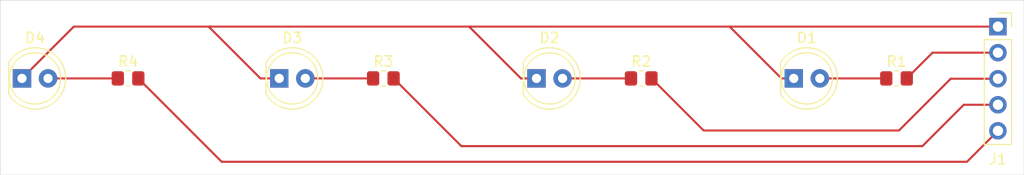
<source format=kicad_pcb>
(kicad_pcb (version 20240108) (generator "pcbnew") (generator_version "8.0")
  (layers (0 "F.Cu" signal) (31 "B.Cu" signal) (34 "B.Paste" user) (35 "F.Paste" user) (36 "B.SilkS" user "B.Silkscreen") (37 "F.SilkS" user "F.Silkscreen") (38 "B.Mask" user) (39 "F.Mask" user) (44 "Edge.Cuts" user))
  (net 0 "")
  (net 1 "Net-(D1-K)")
  (net 2 "Net-(D1-A)")
  (net 3 "Net-(D2-A)")
  (net 4 "Net-(D3-A)")
  (net 5 "Net-(D4-A)")
  (net 6 "Net-(J1-Pin_2)")
  (net 7 "Net-(J1-Pin_3)")
  (net 8 "Net-(J1-Pin_4)")
  (net 9 "Net-(J1-Pin_5)")
  (footprint "Resistor_SMD:R_0805_2012Metric_Pad1.20x1.40mm_HandSolder" (layer "F.Cu") (at 211.852 60.96)
    (property "Reference" "R2" (at 0 -1.65 0) (layer "F.SilkS"))
    (property "Value" "R")
    (fp_line (start -0.227064 -0.735) (end 0.227064 -0.735) (stroke (width 0.12)) (layer "F.SilkS"))
    (fp_line (start -0.227064 0.735) (end 0.227064 0.735) (stroke (width 0.12)) (layer "F.SilkS"))
    (pad "1" smd roundrect (at -1 0) (size 1.2 1.4) (layers "F.Cu" "F.Paste" "F.Mask") (roundrect_rratio 0.208333) (net 3 "Net-(D2-A)"))
    (pad "2" smd roundrect (at 1 0) (size 1.2 1.4) (layers "F.Cu" "F.Paste" "F.Mask") (roundrect_rratio 0.208333) (net 7 "Net-(J1-Pin_3)"))
  )
  (footprint "LED_THT:LED_D5.0mm" (layer "F.Cu") (at 201.640332 60.96)
    (property "Reference" "D2" (at 1.27 -3.96 0) (layer "F.SilkS"))
    (property "Value" "Red LED")
    (fp_line (start -1.29 -1.545) (end -1.29 1.545) (stroke (width 0.12)) (layer "F.SilkS"))
    (fp_arc (start -1.29 -1.54483) (mid 2.071756 -2.880501) (end 4.26 -0.000048) (stroke (width 0.12)) (layer "F.SilkS"))
    (fp_arc (start 4.26 0.000048) (mid 2.071756 2.880501) (end -1.29 1.54483) (stroke (width 0.12)) (layer "F.SilkS"))
    (fp_circle (center 1.27 0) (end 3.77 0) (stroke (width 0.12)) (fill none) (layer "F.SilkS"))
    (pad "1" thru_hole rect (at 0 0) (size 1.8 1.8) (drill 0.9) (layers "*.Cu" "*.Mask") (net 1 "Net-(D1-K)"))
    (pad "2" thru_hole circle (at 2.54 0) (size 1.8 1.8) (drill 0.9) (layers "*.Cu" "*.Mask") (net 3 "Net-(D2-A)"))
  )
  (footprint "Resistor_SMD:R_0805_2012Metric_Pad1.20x1.40mm_HandSolder" (layer "F.Cu") (at 161.814 60.96)
    (property "Reference" "R4" (at 0 -1.65 0) (layer "F.SilkS"))
    (property "Value" "R")
    (fp_line (start -0.227064 -0.735) (end 0.227064 -0.735) (stroke (width 0.12)) (layer "F.SilkS"))
    (fp_line (start -0.227064 0.735) (end 0.227064 0.735) (stroke (width 0.12)) (layer "F.SilkS"))
    (pad "1" smd roundrect (at -1 0) (size 1.2 1.4) (layers "F.Cu" "F.Paste" "F.Mask") (roundrect_rratio 0.208333) (net 5 "Net-(D4-A)"))
    (pad "2" smd roundrect (at 1 0) (size 1.2 1.4) (layers "F.Cu" "F.Paste" "F.Mask") (roundrect_rratio 0.208333) (net 9 "Net-(J1-Pin_5)"))
  )
  (footprint "LED_THT:LED_D5.0mm" (layer "F.Cu") (at 151.471 60.96)
    (property "Reference" "D4" (at 1.27 -3.96 0) (layer "F.SilkS"))
    (property "Value" "Red LED")
    (fp_line (start -1.29 -1.545) (end -1.29 1.545) (stroke (width 0.12)) (layer "F.SilkS"))
    (fp_arc (start -1.29 -1.54483) (mid 2.071756 -2.880501) (end 4.26 -0.000048) (stroke (width 0.12)) (layer "F.SilkS"))
    (fp_arc (start 4.26 0.000048) (mid 2.071756 2.880501) (end -1.29 1.54483) (stroke (width 0.12)) (layer "F.SilkS"))
    (fp_circle (center 1.27 0) (end 3.77 0) (stroke (width 0.12)) (fill none) (layer "F.SilkS"))
    (pad "1" thru_hole rect (at 0 0) (size 1.8 1.8) (drill 0.9) (layers "*.Cu" "*.Mask") (net 1 "Net-(D1-K)"))
    (pad "2" thru_hole circle (at 2.54 0) (size 1.8 1.8) (drill 0.9) (layers "*.Cu" "*.Mask") (net 5 "Net-(D4-A)"))
  )
  (footprint "Resistor_SMD:R_0805_2012Metric_Pad1.20x1.40mm_HandSolder" (layer "F.Cu") (at 186.706 60.96)
    (property "Reference" "R3" (at 0 -1.65 0) (layer "F.SilkS"))
    (property "Value" "R")
    (fp_line (start -0.227064 -0.735) (end 0.227064 -0.735) (stroke (width 0.12)) (layer "F.SilkS"))
    (fp_line (start -0.227064 0.735) (end 0.227064 0.735) (stroke (width 0.12)) (layer "F.SilkS"))
    (pad "1" smd roundrect (at -1 0) (size 1.2 1.4) (layers "F.Cu" "F.Paste" "F.Mask") (roundrect_rratio 0.208333) (net 4 "Net-(D3-A)"))
    (pad "2" smd roundrect (at 1 0) (size 1.2 1.4) (layers "F.Cu" "F.Paste" "F.Mask") (roundrect_rratio 0.208333) (net 8 "Net-(J1-Pin_4)"))
  )
  (footprint "Resistor_SMD:R_0805_2012Metric_Pad1.20x1.40mm_HandSolder" (layer "F.Cu") (at 236.744 60.96)
    (property "Reference" "R1" (at 0 -1.65 0) (layer "F.SilkS"))
    (property "Value" "R")
    (fp_line (start -0.227064 -0.735) (end 0.227064 -0.735) (stroke (width 0.12)) (layer "F.SilkS"))
    (fp_line (start -0.227064 0.735) (end 0.227064 0.735) (stroke (width 0.12)) (layer "F.SilkS"))
    (pad "1" smd roundrect (at -1 0) (size 1.2 1.4) (layers "F.Cu" "F.Paste" "F.Mask") (roundrect_rratio 0.208333) (net 2 "Net-(D1-A)"))
    (pad "2" smd roundrect (at 1 0) (size 1.2 1.4) (layers "F.Cu" "F.Paste" "F.Mask") (roundrect_rratio 0.208333) (net 6 "Net-(J1-Pin_2)"))
  )
  (footprint "Connector_PinSocket_2.54mm:PinSocket_1x05_P2.54mm_Vertical" (layer "F.Cu") (at 246.634 55.91)
    (property "Reference" "J1" (at 0 12.924 0) (layer "F.SilkS"))
    (property "Value" "Conn_01x05_Socket" (hide yes))
    (fp_line (start -1.33 1.27) (end -1.33 11.49) (stroke (width 0.12)) (layer "F.SilkS"))
    (fp_line (start -1.33 1.27) (end 1.33 1.27) (stroke (width 0.12)) (layer "F.SilkS"))
    (fp_line (start -1.33 11.49) (end 1.33 11.49) (stroke (width 0.12)) (layer "F.SilkS"))
    (fp_line (start 0 -1.33) (end 1.33 -1.33) (stroke (width 0.12)) (layer "F.SilkS"))
    (fp_line (start 1.33 -1.33) (end 1.33 0) (stroke (width 0.12)) (layer "F.SilkS"))
    (fp_line (start 1.33 1.27) (end 1.33 11.49) (stroke (width 0.12)) (layer "F.SilkS"))
    (pad "1" thru_hole rect (at 0 0) (size 1.7 1.7) (drill 1) (layers "*.Cu" "*.Mask") (net 1 "Net-(D1-K)"))
    (pad "2" thru_hole oval (at 0 2.54) (size 1.7 1.7) (drill 1) (layers "*.Cu" "*.Mask") (net 6 "Net-(J1-Pin_2)"))
    (pad "3" thru_hole oval (at 0 5.08) (size 1.7 1.7) (drill 1) (layers "*.Cu" "*.Mask") (net 7 "Net-(J1-Pin_3)"))
    (pad "4" thru_hole oval (at 0 7.62) (size 1.7 1.7) (drill 1) (layers "*.Cu" "*.Mask") (net 8 "Net-(J1-Pin_4)"))
    (pad "5" thru_hole oval (at 0 10.16) (size 1.7 1.7) (drill 1) (layers "*.Cu" "*.Mask") (net 9 "Net-(J1-Pin_5)"))
  )
  (footprint "LED_THT:LED_D5.0mm" (layer "F.Cu") (at 226.725 60.96)
    (property "Reference" "D1" (at 1.27 -3.96 0) (layer "F.SilkS"))
    (property "Value" "Blue LED")
    (fp_line (start -1.29 -1.545) (end -1.29 1.545) (stroke (width 0.12)) (layer "F.SilkS"))
    (fp_arc (start -1.29 -1.54483) (mid 2.071756 -2.880501) (end 4.26 -0.000048) (stroke (width 0.12)) (layer "F.SilkS"))
    (fp_arc (start 4.26 0.000048) (mid 2.071756 2.880501) (end -1.29 1.54483) (stroke (width 0.12)) (layer "F.SilkS"))
    (fp_circle (center 1.27 0) (end 3.77 0) (stroke (width 0.12)) (fill none) (layer "F.SilkS"))
    (pad "1" thru_hole rect (at 0 0) (size 1.8 1.8) (drill 0.9) (layers "*.Cu" "*.Mask") (net 1 "Net-(D1-K)"))
    (pad "2" thru_hole circle (at 2.54 0) (size 1.8 1.8) (drill 0.9) (layers "*.Cu" "*.Mask") (net 2 "Net-(D1-A)"))
  )
  (footprint "LED_THT:LED_D5.0mm" (layer "F.Cu") (at 176.555666 60.96)
    (property "Reference" "D3" (at 1.27 -3.96 0) (layer "F.SilkS"))
    (property "Value" "Red LED")
    (fp_line (start -1.29 -1.545) (end -1.29 1.545) (stroke (width 0.12)) (layer "F.SilkS"))
    (fp_arc (start -1.29 -1.54483) (mid 2.071756 -2.880501) (end 4.26 -0.000048) (stroke (width 0.12)) (layer "F.SilkS"))
    (fp_arc (start 4.26 0.000048) (mid 2.071756 2.880501) (end -1.29 1.54483) (stroke (width 0.12)) (layer "F.SilkS"))
    (fp_circle (center 1.27 0) (end 3.77 0) (stroke (width 0.12)) (fill none) (layer "F.SilkS"))
    (pad "1" thru_hole rect (at 0 0) (size 1.8 1.8) (drill 0.9) (layers "*.Cu" "*.Mask") (net 1 "Net-(D1-K)"))
    (pad "2" thru_hole circle (at 2.54 0) (size 1.8 1.8) (drill 0.9) (layers "*.Cu" "*.Mask") (net 4 "Net-(D3-A)"))
  )
  (gr_rect (start 149.352 53.34) (end 249.174 70.358) (stroke (width 0.05)) (fill none) (layer "Edge.Cuts"))
  (segment (start 226.725 60.96) (end 225.522 60.96) (width 0.2) (layer "F.Cu") (net 1))
  (segment (start 176.555666 60.96) (end 174.722 60.96) (width 0.2) (layer "F.Cu") (net 1))
  (segment (start 156.521 55.91) (end 169.672 55.91) (width 0.2) (layer "F.Cu") (net 1))
  (segment (start 201.640332 60.96) (end 200.122 60.96) (width 0.2) (layer "F.Cu") (net 1))
  (segment (start 195.072 55.91) (end 220.472 55.91) (width 0.2) (layer "F.Cu") (net 1))
  (segment (start 225.522 60.96) (end 220.472 55.91) (width 0.2) (layer "F.Cu") (net 1))
  (segment (start 151.471 60.96) (end 156.521 55.91) (width 0.2) (layer "F.Cu") (net 1))
  (segment (start 200.122 60.96) (end 195.072 55.91) (width 0.2) (layer "F.Cu") (net 1))
  (segment (start 220.472 55.91) (end 246.634 55.91) (width 0.2) (layer "F.Cu") (net 1))
  (segment (start 169.672 55.91) (end 195.072 55.91) (width 0.2) (layer "F.Cu") (net 1))
  (segment (start 174.722 60.96) (end 169.672 55.91) (width 0.2) (layer "F.Cu") (net 1))
  (segment (start 235.744 60.96) (end 229.265 60.96) (width 0.2) (layer "F.Cu") (net 2))
  (segment (start 210.852 60.96) (end 204.180332 60.96) (width 0.2) (layer "F.Cu") (net 3))
  (segment (start 185.706 60.96) (end 179.095666 60.96) (width 0.2) (layer "F.Cu") (net 4))
  (segment (start 160.814 60.96) (end 154.011 60.96) (width 0.2) (layer "F.Cu") (net 5))
  (segment (start 246.634 58.45) (end 240.254 58.45) (width 0.2) (layer "F.Cu") (net 6))
  (segment (start 240.254 58.45) (end 237.744 60.96) (width 0.2) (layer "F.Cu") (net 6))
  (segment (start 217.932 66.04) (end 212.852 60.96) (width 0.2) (layer "F.Cu") (net 7))
  (segment (start 242.032 60.99) (end 236.982 66.04) (width 0.2) (layer "F.Cu") (net 7))
  (segment (start 236.982 66.04) (end 217.932 66.04) (width 0.2) (layer "F.Cu") (net 7))
  (segment (start 246.634 60.99) (end 242.032 60.99) (width 0.2) (layer "F.Cu") (net 7))
  (segment (start 243.302 63.53) (end 239.268 67.564) (width 0.2) (layer "F.Cu") (net 8))
  (segment (start 239.268 67.564) (end 194.31 67.564) (width 0.2) (layer "F.Cu") (net 8))
  (segment (start 194.31 67.564) (end 187.706 60.96) (width 0.2) (layer "F.Cu") (net 8))
  (segment (start 246.634 63.53) (end 243.302 63.53) (width 0.2) (layer "F.Cu") (net 8))
  (segment (start 243.616 69.088) (end 170.942 69.088) (width 0.2) (layer "F.Cu") (net 9))
  (segment (start 170.942 69.088) (end 162.814 60.96) (width 0.2) (layer "F.Cu") (net 9))
  (segment (start 246.634 66.07) (end 243.616 69.088) (width 0.2) (layer "F.Cu") (net 9))
)
</source>
